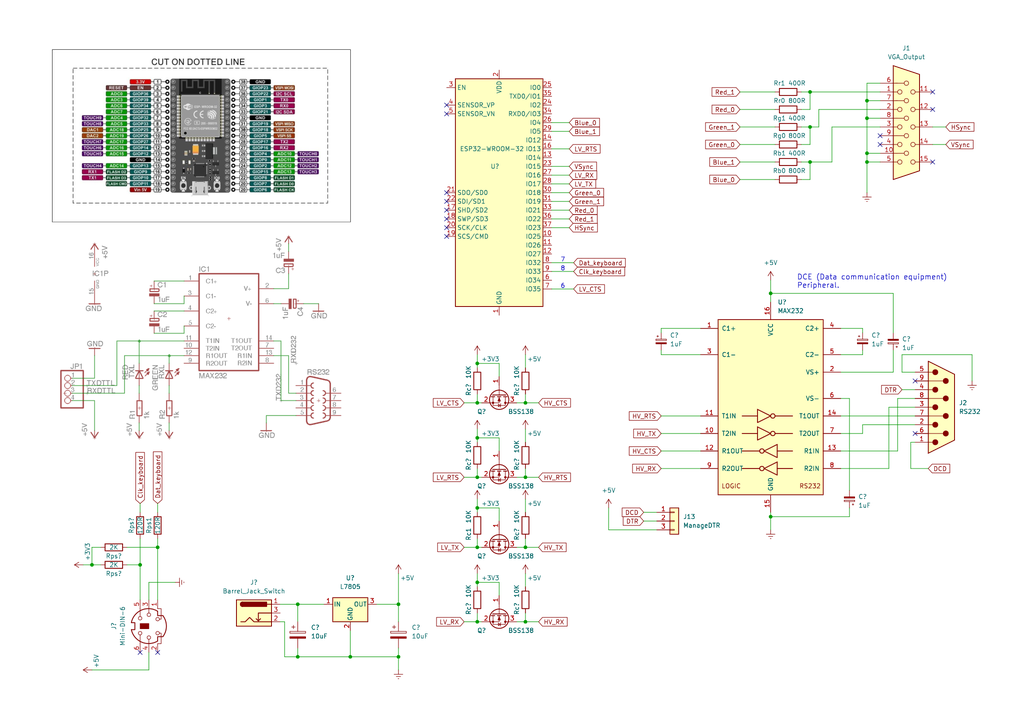
<source format=kicad_sch>
(kicad_sch (version 20211123) (generator eeschema)
  (paper "A4")
  (lib_symbols
    (symbol "Connector:Barrel_Jack_Switch" (pin_names hide)
      (property "Reference" "J" (at 0 5.334 0))
      (property "Value" "Barrel_Jack_Switch" (at 0 -5.08 0))
      (symbol "Barrel_Jack_Switch_0_1"
        (rectangle (start -5.08 3.81) (end 5.08 -3.81) (stroke (width 0.254)) (fill (type background)))
        (arc (start -3.302 3.175) (mid -3.937 2.54) (end -3.302 1.905) (stroke (width 0.254)))
        (arc (start -3.302 3.175) (mid -3.937 2.54) (end -3.302 1.905) (stroke (width 0.254)) (fill (type outline)))
        (polyline (pts (xy 1.27 -2.286) (xy 1.905 -1.651)) (stroke (width 0.254)))
        (polyline (pts (xy 5.08 2.54) (xy 3.81 2.54)) (stroke (width 0.254)))
        (polyline (pts (xy 5.08 0) (xy 1.27 0) (xy 1.27 -2.286) (xy 0.635 -1.651)) (stroke (width 0.254)))
        (polyline (pts (xy -3.81 -2.54) (xy -2.54 -2.54) (xy -1.27 -1.27) (xy 0 -2.54) (xy 2.54 -2.54) (xy 5.08 -2.54)) (stroke (width 0.254)))
        (rectangle (start 3.683 3.175) (end -3.302 1.905) (stroke (width 0.254)) (fill (type outline)))
      )
      (symbol "Barrel_Jack_Switch_1_1"
        (pin passive line (at 7.62 2.54 180) (length 2.54) (name "~") (number "1"))
        (pin passive line (at 7.62 -2.54 180) (length 2.54) (name "~") (number "2"))
        (pin passive line (at 7.62 0 180) (length 2.54) (name "~") (number "3"))
      )
    )
    (symbol "Connector:DB15_Female_HighDensity" (pin_names (offset 1.016) hide)
      (property "Reference" "J" (at 0 21.59 0))
      (property "Value" "DB15_Female_HighDensity" (at 0 19.05 0))
      (symbol "DB15_Female_HighDensity_0_1"
        (circle (center -1.905 -10.16) (radius 0.635))
        (circle (center -1.905 -5.08) (radius 0.635))
        (circle (center -1.905 0) (radius 0.635))
        (circle (center -1.905 5.08) (radius 0.635))
        (circle (center -1.905 10.16) (radius 0.635))
        (circle (center 0 -7.62) (radius 0.635))
        (circle (center 0 -2.54) (radius 0.635))
        (polyline (pts (xy -3.175 7.62) (xy -0.635 7.62)))
        (polyline (pts (xy -0.635 -7.62) (xy -3.175 -7.62)))
        (polyline (pts (xy -0.635 -2.54) (xy -3.175 -2.54)))
        (polyline (pts (xy -0.635 2.54) (xy -3.175 2.54)))
        (polyline (pts (xy -0.635 12.7) (xy -3.175 12.7)))
        (polyline (pts (xy -3.81 17.78) (xy -3.81 -15.24) (xy 3.81 -12.7) (xy 3.81 15.24) (xy -3.81 17.78)) (stroke (width 0.254)) (fill (type background)))
        (circle (center 0 2.54) (radius 0.635))
        (circle (center 0 7.62) (radius 0.635))
        (circle (center 0 12.7) (radius 0.635))
        (circle (center 1.905 -10.16) (radius 0.635))
        (circle (center 1.905 -5.08) (radius 0.635))
        (circle (center 1.905 0) (radius 0.635))
        (circle (center 1.905 5.08) (radius 0.635))
        (circle (center 1.905 10.16) (radius 0.635))
      )
      (symbol "DB15_Female_HighDensity_1_1"
        (pin passive line (at -7.62 10.16 0) (length 5.08) (name "~") (number "1"))
        (pin passive line (at -7.62 -7.62 0) (length 5.08) (name "~") (number "10"))
        (pin passive line (at 7.62 10.16 180) (length 5.08) (name "~") (number "11"))
        (pin passive line (at 7.62 5.08 180) (length 5.08) (name "~") (number "12"))
        (pin passive line (at 7.62 0 180) (length 5.08) (name "~") (number "13"))
        (pin passive line (at 7.62 -5.08 180) (length 5.08) (name "~") (number "14"))
        (pin passive line (at 7.62 -10.16 180) (length 5.08) (name "~") (number "15"))
        (pin passive line (at -7.62 5.08 0) (length 5.08) (name "~") (number "2"))
        (pin passive line (at -7.62 0 0) (length 5.08) (name "~") (number "3"))
        (pin passive line (at -7.62 -5.08 0) (length 5.08) (name "~") (number "4"))
        (pin passive line (at -7.62 -10.16 0) (length 5.08) (name "~") (number "5"))
        (pin passive line (at -7.62 12.7 0) (length 5.08) (name "~") (number "6"))
        (pin passive line (at -7.62 7.62 0) (length 5.08) (name "~") (number "7"))
        (pin passive line (at -7.62 2.54 0) (length 5.08) (name "~") (number "8"))
        (pin passive line (at -7.62 -2.54 0) (length 5.08) (name "~") (number "9"))
      )
    )
    (symbol "Connector:DB9_Male" (pin_names (offset 1.016) hide)
      (property "Reference" "J" (at 0 13.97 0))
      (property "Value" "DB9_Male" (at 0 -14.605 0))
      (symbol "DB9_Male_0_1"
        (circle (center -1.778 -10.16) (radius 0.762) (fill (type outline)))
        (circle (center -1.778 -5.08) (radius 0.762) (fill (type outline)))
        (circle (center -1.778 0) (radius 0.762) (fill (type outline)))
        (circle (center -1.778 5.08) (radius 0.762) (fill (type outline)))
        (circle (center -1.778 10.16) (radius 0.762) (fill (type outline)))
        (polyline (pts (xy -3.81 -10.16) (xy -2.54 -10.16)))
        (polyline (pts (xy -3.81 -7.62) (xy 0.508 -7.62)))
        (polyline (pts (xy -3.81 -5.08) (xy -2.54 -5.08)))
        (polyline (pts (xy -3.81 -2.54) (xy 0.508 -2.54)))
        (polyline (pts (xy -3.81 0) (xy -2.54 0)))
        (polyline (pts (xy -3.81 2.54) (xy 0.508 2.54)))
        (polyline (pts (xy -3.81 5.08) (xy -2.54 5.08)))
        (polyline (pts (xy -3.81 7.62) (xy 0.508 7.62)))
        (polyline (pts (xy -3.81 10.16) (xy -2.54 10.16)))
        (polyline (pts (xy -3.81 -13.335) (xy -3.81 13.335) (xy 3.81 9.525) (xy 3.81 -9.525) (xy -3.81 -13.335)) (stroke (width 0.254)) (fill (type background)))
        (circle (center 1.27 -7.62) (radius 0.762) (fill (type outline)))
        (circle (center 1.27 -2.54) (radius 0.762) (fill (type outline)))
        (circle (center 1.27 2.54) (radius 0.762) (fill (type outline)))
        (circle (center 1.27 7.62) (radius 0.762) (fill (type outline)))
      )
      (symbol "DB9_Male_1_1"
        (pin passive line (at -7.62 -10.16 0) (length 3.81) (name "1") (number "1"))
        (pin passive line (at -7.62 -5.08 0) (length 3.81) (name "2") (number "2"))
        (pin passive line (at -7.62 0 0) (length 3.81) (name "3") (number "3"))
        (pin passive line (at -7.62 5.08 0) (length 3.81) (name "4") (number "4"))
        (pin passive line (at -7.62 10.16 0) (length 3.81) (name "5") (number "5"))
        (pin passive line (at -7.62 -7.62 0) (length 3.81) (name "6") (number "6"))
        (pin passive line (at -7.62 -2.54 0) (length 3.81) (name "7") (number "7"))
        (pin passive line (at -7.62 2.54 0) (length 3.81) (name "8") (number "8"))
        (pin passive line (at -7.62 7.62 0) (length 3.81) (name "9") (number "9"))
      )
    )
    (symbol "ConnectorPS2:Mini-DIN-6" (pin_names (offset 1.016))
      (property "Reference" "J" (at 0 6.35 0))
      (property "Value" "Mini-DIN-6" (at 0 -6.35 0))
      (symbol "Mini-DIN-6_0_1"
        (circle (center -3.302 0) (radius 0.508))
        (arc (start -3.048 -4.064) (mid 0 -5.08) (end 3.048 -4.064) (stroke (width 0.254)))
        (circle (center -2.032 -2.54) (radius 0.508))
        (circle (center -2.032 2.54) (radius 0.508))
        (arc (start -1.016 5.08) (mid -4.6243 2.1182) (end -4.318 -2.54) (stroke (width 0.254)))
        (rectangle (start -0.762 2.54) (end 0.762 0) (fill (type outline)))
        (polyline (pts (xy -3.81 0) (xy -5.08 0)))
        (polyline (pts (xy -2.54 2.54) (xy -5.08 2.54)))
        (polyline (pts (xy 2.794 2.54) (xy 5.08 2.54)))
        (polyline (pts (xy 5.08 0) (xy 3.81 0)))
        (polyline (pts (xy -4.318 -2.54) (xy -3.048 -2.54) (xy -3.048 -4.064)) (stroke (width 0.254)))
        (polyline (pts (xy 4.318 -2.54) (xy 3.048 -2.54) (xy 3.048 -4.064)) (stroke (width 0.254)))
        (polyline (pts (xy -2.032 -3.048) (xy -2.032 -3.556) (xy -5.08 -3.556) (xy -5.08 -2.54)))
        (polyline (pts (xy -1.016 5.08) (xy -1.016 4.064) (xy 1.016 4.064) (xy 1.016 5.08)) (stroke (width 0.254)))
        (polyline (pts (xy 2.032 -3.048) (xy 2.032 -3.556) (xy 5.08 -3.556) (xy 5.08 -2.54)))
        (circle (center 2.032 -2.54) (radius 0.508))
        (circle (center 2.286 2.54) (radius 0.508))
        (circle (center 3.302 0) (radius 0.508))
        (arc (start 4.318 -2.54) (mid 4.6646 2.1357) (end 1.016 5.08) (stroke (width 0.254)))
      )
      (symbol "Mini-DIN-6_1_1"
        (pin passive line (at 7.62 -2.54 180) (length 2.54) (name "~") (number "1"))
        (pin passive line (at -7.62 -2.54 0) (length 2.54) (name "~") (number "2"))
        (pin passive line (at 7.62 0 180) (length 2.54) (name "~") (number "3"))
        (pin passive line (at -7.62 0 0) (length 2.54) (name "~") (number "4"))
        (pin passive line (at 7.62 2.54 180) (length 2.54) (name "~") (number "5"))
        (pin passive line (at -7.62 2.54 0) (length 2.54) (name "~") (number "6"))
      )
    )
    (symbol "Connector_Generic:Conn_01x03" (pin_names (offset 1.016) hide)
      (property "Reference" "J" (at 0 5.08 0))
      (property "Value" "Conn_01x03" (at 0 -5.08 0))
      (symbol "Conn_01x03_1_1"
        (rectangle (start -1.27 -2.413) (end 0 -2.667) (stroke (width 0.1524)))
        (rectangle (start -1.27 0.127) (end 0 -0.127) (stroke (width 0.1524)))
        (rectangle (start -1.27 2.667) (end 0 2.413) (stroke (width 0.1524)))
        (rectangle (start -1.27 3.81) (end 1.27 -3.81) (stroke (width 0.254)) (fill (type background)))
        (pin passive line (at -5.08 2.54 0) (length 3.81) (name "Pin_1") (number "1"))
        (pin passive line (at -5.08 0 0) (length 3.81) (name "Pin_2") (number "2"))
        (pin passive line (at -5.08 -2.54 0) (length 3.81) (name "Pin_3") (number "3"))
      )
    )
    (symbol "Device:C_Polarized" (pin_numbers hide) (pin_names (offset 0.254))
      (property "Reference" "C" (at 0.635 2.54 0))
      (property "Value" "C_Polarized" (at 0.635 -2.54 0))
      (symbol "C_Polarized_0_1"
        (rectangle (start -2.286 0.508) (end 2.286 1.016))
        (polyline (pts (xy -1.778 2.286) (xy -0.762 2.286)))
        (polyline (pts (xy -1.27 2.794) (xy -1.27 1.778)))
        (rectangle (start 2.286 -0.508) (end -2.286 -1.016) (fill (type outline)))
      )
      (symbol "C_Polarized_1_1"
        (pin passive line (at 0 3.81 270) (length 2.794) (name "~") (number "1"))
        (pin passive line (at 0 -3.81 90) (length 2.794) (name "~") (number "2"))
      )
    )
    (symbol "Device:C_Polarized_Small" (pin_numbers hide) (pin_names (offset 0.254) hide)
      (property "Reference" "C" (at 0.254 1.778 0))
      (property "Value" "C_Polarized_Small" (at 0.254 -2.032 0))
      (symbol "C_Polarized_Small_0_1"
        (rectangle (start -1.524 -0.3048) (end 1.524 -0.6858) (fill (type outline)))
        (rectangle (start -1.524 0.6858) (end 1.524 0.3048))
        (polyline (pts (xy -1.27 1.524) (xy -0.762 1.524)))
        (polyline (pts (xy -1.016 1.27) (xy -1.016 1.778)))
      )
      (symbol "C_Polarized_Small_1_1"
        (pin passive line (at 0 2.54 270) (length 1.8542) (name "~") (number "1"))
        (pin passive line (at 0 -2.54 90) (length 1.8542) (name "~") (number "2"))
      )
    )
    (symbol "Device:R" (pin_numbers hide) (pin_names (offset 0))
      (property "Reference" "R" (at 2.032 0 90))
      (property "Value" "R" (at 0 0 90))
      (symbol "R_0_1"
        (rectangle (start -1.016 -2.54) (end 1.016 2.54) (stroke (width 0.254)))
      )
      (symbol "R_1_1"
        (pin passive line (at 0 3.81 270) (length 1.27) (name "~") (number "1"))
        (pin passive line (at 0 -3.81 90) (length 1.27) (name "~") (number "2"))
      )
    )
    (symbol "Interface_UART:MAX232" (pin_names (offset 1.016))
      (property "Reference" "U" (at -2.54 28.575 0))
      (property "Value" "MAX232" (at -2.54 26.67 0))
      (symbol "MAX232_0_0"
        (text "LOGIC" (at -11.43 -22.86 0) (effects (font (size 1.27 1.27))))
        (text "RS232" (at 11.43 -22.86 0) (effects (font (size 1.27 1.27))))
      )
      (symbol "MAX232_0_1"
        (rectangle (start -15.24 -25.4) (end 15.24 25.4) (stroke (width 0.254)) (fill (type background)))
        (circle (center -2.54 -17.78) (radius 0.635) (stroke (width 0.254)))
        (circle (center -2.54 -12.7) (radius 0.635) (stroke (width 0.254)))
        (polyline (pts (xy -3.81 -7.62) (xy -8.255 -7.62)) (stroke (width 0.254)))
        (polyline (pts (xy -3.81 -2.54) (xy -8.255 -2.54)) (stroke (width 0.254)))
        (polyline (pts (xy -3.175 -17.78) (xy -8.255 -17.78)) (stroke (width 0.254)))
        (polyline (pts (xy -3.175 -12.7) (xy -8.255 -12.7)) (stroke (width 0.254)))
        (polyline (pts (xy 1.27 -7.62) (xy 6.35 -7.62)) (stroke (width 0.254)))
        (polyline (pts (xy 1.27 -2.54) (xy 6.35 -2.54)) (stroke (width 0.254)))
        (polyline (pts (xy 1.905 -17.78) (xy 6.35 -17.78)) (stroke (width 0.254)))
        (polyline (pts (xy 1.905 -12.7) (xy 6.35 -12.7)) (stroke (width 0.254)))
        (polyline (pts (xy -3.81 -5.715) (xy -3.81 -9.525) (xy 0 -7.62) (xy -3.81 -5.715)) (stroke (width 0.254)))
        (polyline (pts (xy -3.81 -0.635) (xy -3.81 -4.445) (xy 0 -2.54) (xy -3.81 -0.635)) (stroke (width 0.254)))
        (polyline (pts (xy 1.905 -15.875) (xy 1.905 -19.685) (xy -1.905 -17.78) (xy 1.905 -15.875)) (stroke (width 0.254)))
        (polyline (pts (xy 1.905 -10.795) (xy 1.905 -14.605) (xy -1.905 -12.7) (xy 1.905 -10.795)) (stroke (width 0.254)))
        (circle (center 0.635 -7.62) (radius 0.635) (stroke (width 0.254)))
        (circle (center 0.635 -2.54) (radius 0.635) (stroke (width 0.254)))
      )
      (symbol "MAX232_1_1"
        (pin passive line (at -20.32 22.86 0) (length 5.08) (name "C1+") (number "1"))
        (pin input line (at -20.32 -7.62 0) (length 5.08) (name "T2IN") (number "10"))
        (pin input line (at -20.32 -2.54 0) (length 5.08) (name "T1IN") (number "11"))
        (pin output line (at -20.32 -12.7 0) (length 5.08) (name "R1OUT") (number "12"))
        (pin input line (at 20.32 -12.7 180) (length 5.08) (name "R1IN") (number "13"))
        (pin output line (at 20.32 -2.54 180) (length 5.08) (name "T1OUT") (number "14"))
        (pin power_in line (at 0 -30.48 90) (length 5.08) (name "GND") (number "15"))
        (pin power_in line (at 0 30.48 270) (length 5.08) (name "VCC") (number "16"))
        (pin power_out line (at 20.32 10.16 180) (length 5.08) (name "VS+") (number "2"))
        (pin passive line (at -20.32 15.24 0) (length 5.08) (name "C1-") (number "3"))
        (pin passive line (at 20.32 22.86 180) (length 5.08) (name "C2+") (number "4"))
        (pin passive line (at 20.32 15.24 180) (length 5.08) (name "C2-") (number "5"))
        (pin power_out line (at 20.32 2.54 180) (length 5.08) (name "VS-") (number "6"))
        (pin output line (at 20.32 -7.62 180) (length 5.08) (name "T2OUT") (number "7"))
        (pin input line (at 20.32 -17.78 180) (length 5.08) (name "R2IN") (number "8"))
        (pin output line (at -20.32 -17.78 0) (length 5.08) (name "R2OUT") (number "9"))
      )
    )
    (symbol "RF_Module:ESP32-WROOM-32"
      (property "Reference" "U" (at -12.7 34.29 0))
      (property "Value" "ESP32-WROOM-32" (at 1.27 34.29 0))
      (symbol "ESP32-WROOM-32_0_1"
        (rectangle (start -12.7 33.02) (end 12.7 -33.02) (stroke (width 0.254)) (fill (type background)))
      )
      (symbol "ESP32-WROOM-32_1_1"
        (pin power_in line (at 0 -35.56 90) (length 2.54) (name "GND") (number "1"))
        (pin bidirectional line (at 15.24 -12.7 180) (length 2.54) (name "IO25") (number "10"))
        (pin bidirectional line (at 15.24 -15.24 180) (length 2.54) (name "IO26") (number "11"))
        (pin bidirectional line (at 15.24 -17.78 180) (length 2.54) (name "IO27") (number "12"))
        (pin bidirectional line (at 15.24 10.16 180) (length 2.54) (name "IO14") (number "13"))
        (pin bidirectional line (at 15.24 15.24 180) (length 2.54) (name "IO12") (number "14"))
        (pin passive line (at 0 -35.56 90) (length 2.54) hide (name "GND") (number "15"))
        (pin bidirectional line (at 15.24 12.7 180) (length 2.54) (name "IO13") (number "16"))
        (pin bidirectional line (at -15.24 -5.08 0) (length 2.54) (name "SHD/SD2") (number "17"))
        (pin bidirectional line (at -15.24 -7.62 0) (length 2.54) (name "SWP/SD3") (number "18"))
        (pin bidirectional line (at -15.24 -12.7 0) (length 2.54) (name "SCS/CMD") (number "19"))
        (pin power_in line (at 0 35.56 270) (length 2.54) (name "VDD") (number "2"))
        (pin bidirectional line (at -15.24 -10.16 0) (length 2.54) (name "SCK/CLK") (number "20"))
        (pin bidirectional line (at -15.24 0 0) (length 2.54) (name "SDO/SD0") (number "21"))
        (pin bidirectional line (at -15.24 -2.54 0) (length 2.54) (name "SDI/SD1") (number "22"))
        (pin bidirectional line (at 15.24 7.62 180) (length 2.54) (name "IO15") (number "23"))
        (pin bidirectional line (at 15.24 25.4 180) (length 2.54) (name "IO2") (number "24"))
        (pin bidirectional line (at 15.24 30.48 180) (length 2.54) (name "IO0") (number "25"))
        (pin bidirectional line (at 15.24 20.32 180) (length 2.54) (name "IO4") (number "26"))
        (pin bidirectional line (at 15.24 5.08 180) (length 2.54) (name "IO16") (number "27"))
        (pin bidirectional line (at 15.24 2.54 180) (length 2.54) (name "IO17") (number "28"))
        (pin bidirectional line (at 15.24 17.78 180) (length 2.54) (name "IO5") (number "29"))
        (pin input line (at -15.24 30.48 0) (length 2.54) (name "EN") (number "3"))
        (pin bidirectional line (at 15.24 0 180) (length 2.54) (name "IO18") (number "30"))
        (pin bidirectional line (at 15.24 -2.54 180) (length 2.54) (name "IO19") (number "31"))
        (pin no_connect line (at -12.7 -27.94 0) (length 2.54) hide (name "NC") (number "32"))
        (pin bidirectional line (at 15.24 -5.08 180) (length 2.54) (name "IO21") (number "33"))
        (pin bidirectional line (at 15.24 22.86 180) (length 2.54) (name "RXD0/IO3") (number "34"))
        (pin bidirectional line (at 15.24 27.94 180) (length 2.54) (name "TXD0/IO1") (number "35"))
        (pin bidirectional line (at 15.24 -7.62 180) (length 2.54) (name "IO22") (number "36"))
        (pin bidirectional line (at 15.24 -10.16 180) (length 2.54) (name "IO23") (number "37"))
        (pin passive line (at 0 -35.56 90) (length 2.54) hide (name "GND") (number "38"))
        (pin passive line (at 0 -35.56 90) (length 2.54) hide (name "GND") (number "39"))
        (pin input line (at -15.24 25.4 0) (length 2.54) (name "SENSOR_VP") (number "4"))
        (pin input line (at -15.24 22.86 0) (length 2.54) (name "SENSOR_VN") (number "5"))
        (pin input line (at 15.24 -25.4 180) (length 2.54) (name "IO34") (number "6"))
        (pin input line (at 15.24 -27.94 180) (length 2.54) (name "IO35") (number "7"))
        (pin bidirectional line (at 15.24 -20.32 180) (length 2.54) (name "IO32") (number "8"))
        (pin bidirectional line (at 15.24 -22.86 180) (length 2.54) (name "IO33") (number "9"))
      )
    )
    (symbol "Regulator_Linear:L7805" (pin_names (offset 0.254))
      (property "Reference" "U" (at -3.81 3.175 0))
      (property "Value" "L7805" (at 0 3.175 0))
      (symbol "L7805_0_1"
        (rectangle (start -5.08 1.905) (end 5.08 -5.08) (stroke (width 0.254)) (fill (type background)))
      )
      (symbol "L7805_1_1"
        (pin power_in line (at -7.62 0 0) (length 2.54) (name "IN") (number "1"))
        (pin power_in line (at 0 -7.62 90) (length 2.54) (name "GND") (number "2"))
        (pin power_out line (at 7.62 0 180) (length 2.54) (name "OUT") (number "3"))
      )
    )
    (symbol "Transistor_FET:BSS138" (pin_names hide)
      (property "Reference" "Q" (at 5.08 1.905 0))
      (property "Value" "BSS138" (at 5.08 0 0))
      (symbol "BSS138_0_1"
        (polyline (pts (xy 0.254 0) (xy -2.54 0)))
        (polyline (pts (xy 0.254 1.905) (xy 0.254 -1.905)) (stroke (width 0.254)))
        (polyline (pts (xy 0.762 -1.27) (xy 0.762 -2.286)) (stroke (width 0.254)))
        (polyline (pts (xy 0.762 0.508) (xy 0.762 -0.508)) (stroke (width 0.254)))
        (polyline (pts (xy 0.762 2.286) (xy 0.762 1.27)) (stroke (width 0.254)))
        (polyline (pts (xy 2.54 2.54) (xy 2.54 1.778)))
        (polyline (pts (xy 2.54 -2.54) (xy 2.54 0) (xy 0.762 0)))
        (polyline (pts (xy 0.762 -1.778) (xy 3.302 -1.778) (xy 3.302 1.778) (xy 0.762 1.778)))
        (polyline (pts (xy 1.016 0) (xy 2.032 0.381) (xy 2.032 -0.381) (xy 1.016 0)) (fill (type outline)))
        (polyline (pts (xy 2.794 0.508) (xy 2.921 0.381) (xy 3.683 0.381) (xy 3.81 0.254)))
        (polyline (pts (xy 3.302 0.381) (xy 2.921 -0.254) (xy 3.683 -0.254) (xy 3.302 0.381)))
        (circle (center 1.651 0) (radius 2.794) (stroke (width 0.254)))
        (circle (center 2.54 -1.778) (radius 0.254) (fill (type outline)))
        (circle (center 2.54 1.778) (radius 0.254) (fill (type outline)))
      )
      (symbol "BSS138_1_1"
        (pin input line (at -5.08 0 0) (length 2.54) (name "G") (number "1"))
        (pin passive line (at 2.54 -5.08 90) (length 2.54) (name "S") (number "2"))
        (pin passive line (at 2.54 5.08 270) (length 2.54) (name "D") (number "3"))
      )
    )
    (symbol "power:+3.3V" (power) (pin_names (offset 0))
      (property "Value" "+3.3V" (at 0 3.556 0))
      (symbol "+3.3V_0_1"
        (polyline (pts (xy -0.762 1.27) (xy 0 2.54)))
        (polyline (pts (xy 0 0) (xy 0 2.54)))
        (polyline (pts (xy 0 2.54) (xy 0.762 1.27)))
      )
      (symbol "+3.3V_1_1"
        (pin power_in line (at 0 0 90) (length 0) hide (name "+3V3") (number "1"))
      )
    )
    (symbol "power:+5V" (power) (pin_names (offset 0))
      (property "Value" "+5V" (at 0 3.556 0))
      (symbol "+5V_0_1"
        (polyline (pts (xy -0.762 1.27) (xy 0 2.54)))
        (polyline (pts (xy 0 0) (xy 0 2.54)))
        (polyline (pts (xy 0 2.54) (xy 0.762 1.27)))
      )
      (symbol "+5V_1_1"
        (pin power_in line (at 0 0 90) (length 0) hide (name "+5V") (number "1"))
      )
    )
    (symbol "power:GNDREF" (power) (pin_names (offset 0))
      (property "Value" "GNDREF" (at 0 -3.81 0))
      (symbol "GNDREF_0_1"
        (polyline (pts (xy -0.635 -1.905) (xy 0.635 -1.905)))
        (polyline (pts (xy -0.127 -2.54) (xy 0.127 -2.54)))
        (polyline (pts (xy 0 -1.27) (xy 0 0)))
        (polyline (pts (xy 1.27 -1.27) (xy -1.27 -1.27)))
      )
      (symbol "GNDREF_1_1"
        (pin power_in line (at 0 0 270) (length 0) hide (name "GNDREF") (number "1"))
      )
    )
  )
  (junction (at 86.36 190.5))
  (junction (at 138.43 105.41))
  (junction (at 115.57 175.26))
  (junction (at 45.72 158.75))
  (junction (at 101.6 190.5))
  (junction (at 152.4 116.84))
  (junction (at 86.36 175.26))
  (junction (at 26.67 163.83))
  (junction (at 234.95 46.99))
  (junction (at 152.4 138.43))
  (junction (at 234.95 26.67))
  (junction (at 152.4 180.34))
  (junction (at 115.57 190.5))
  (junction (at 138.43 127))
  (junction (at 234.95 36.83))
  (junction (at 138.43 168.91))
  (junction (at 138.43 138.43))
  (junction (at 40.64 163.83))
  (junction (at 251.46 29.21))
  (junction (at 251.46 44.45))
  (junction (at 251.46 46.99))
  (junction (at 251.46 34.29))
  (junction (at 152.4 158.75))
  (junction (at 138.43 180.34))
  (junction (at 138.43 158.75))
  (junction (at 138.43 116.84))
  (junction (at 138.43 147.32))
  (junction (at 223.52 85.09))
  (junction (at 223.52 149.86))
  (no_connect (at 270.51 26.67))
  (no_connect (at 270.51 46.99))
  (no_connect (at 255.27 41.91))
  (no_connect (at 255.27 39.37))
  (no_connect (at 270.51 31.75))
  (no_connect (at 265.43 110.49))
  (no_connect (at 45.72 189.23))
  (no_connect (at 40.64 189.23))
  (no_connect (at 265.43 125.73))
  (no_connect (at 129.54 30.48))
  (no_connect (at 129.54 33.02))
  (no_connect (at 129.54 55.88))
  (no_connect (at 129.54 58.42))
  (no_connect (at 129.54 60.96))
  (no_connect (at 129.54 63.5))
  (no_connect (at 129.54 66.04))
  (no_connect (at 129.54 68.58))
  (wire (pts (xy 261.62 102.87) (xy 281.94 102.87)))
  (wire (pts (xy 152.4 138.43) (xy 152.4 135.89)))
  (wire (pts (xy 138.43 116.84) (xy 138.43 114.3)))
  (wire (pts (xy 138.43 166.37) (xy 138.43 168.91)))
  (wire (pts (xy 203.2 102.87) (xy 191.77 102.87)))
  (wire (pts (xy 255.27 34.29) (xy 251.46 34.29)))
  (wire (pts (xy 191.77 135.89) (xy 203.2 135.89)))
  (wire (pts (xy 243.84 107.95) (xy 259.08 107.95)))
  (wire (pts (xy 26.67 163.83) (xy 29.21 163.83)))
  (wire (pts (xy 152.4 158.75) (xy 156.21 158.75)))
  (wire (pts (xy 149.86 158.75) (xy 152.4 158.75)))
  (wire (pts (xy 134.62 138.43) (xy 138.43 138.43)))
  (wire (pts (xy 152.4 138.43) (xy 156.21 138.43)))
  (wire (pts (xy 82.55 180.34) (xy 82.55 190.5)))
  (wire (pts (xy 160.02 35.56) (xy 165.1 35.56)))
  (wire (pts (xy 160.02 78.74) (xy 166.37 78.74)))
  (wire (pts (xy 138.43 102.87) (xy 138.43 105.41)))
  (wire (pts (xy 270.51 36.83) (xy 274.32 36.83)))
  (wire (pts (xy 243.84 120.65) (xy 265.43 120.65)))
  (wire (pts (xy 261.62 107.95) (xy 261.62 102.87)))
  (wire (pts (xy 138.43 144.78) (xy 138.43 147.32)))
  (wire (pts (xy 191.77 120.65) (xy 203.2 120.65)))
  (wire (pts (xy 45.72 148.59) (xy 45.72 146.05)))
  (wire (pts (xy 134.62 116.84) (xy 138.43 116.84)))
  (wire (pts (xy 265.43 118.11) (xy 257.81 118.11)))
  (wire (pts (xy 232.41 41.91) (xy 234.95 41.91)))
  (wire (pts (xy 160.02 58.42) (xy 165.1 58.42)))
  (wire (pts (xy 257.81 118.11) (xy 257.81 135.89)))
  (wire (pts (xy 101.6 190.5) (xy 115.57 190.5)))
  (wire (pts (xy 251.46 34.29) (xy 251.46 29.21)))
  (wire (pts (xy 250.19 95.25) (xy 250.19 96.52)))
  (wire (pts (xy 186.69 151.13) (xy 190.5 151.13)))
  (wire (pts (xy 281.94 102.87) (xy 281.94 110.49)))
  (wire (pts (xy 26.67 158.75) (xy 26.67 163.83)))
  (wire (pts (xy 243.84 95.25) (xy 250.19 95.25)))
  (wire (pts (xy 138.43 105.41) (xy 138.43 106.68)))
  (wire (pts (xy 160.02 50.8) (xy 165.1 50.8)))
  (wire (pts (xy 250.19 123.19) (xy 250.19 125.73)))
  (wire (pts (xy 160.02 83.82) (xy 166.37 83.82)))
  (wire (pts (xy 86.36 175.26) (xy 86.36 180.34)))
  (wire (pts (xy 232.41 52.07) (xy 234.95 52.07)))
  (wire (pts (xy 138.43 124.46) (xy 138.43 127)))
  (wire (pts (xy 246.38 147.32) (xy 246.38 149.86)))
  (wire (pts (xy 191.77 102.87) (xy 191.77 101.6)))
  (wire (pts (xy 144.78 147.32) (xy 138.43 147.32)))
  (wire (pts (xy 191.77 130.81) (xy 203.2 130.81)))
  (wire (pts (xy 246.38 149.86) (xy 223.52 149.86)))
  (wire (pts (xy 251.46 29.21) (xy 255.27 29.21)))
  (wire (pts (xy 138.43 127) (xy 138.43 128.27)))
  (wire (pts (xy 160.02 55.88) (xy 165.1 55.88)))
  (wire (pts (xy 223.52 85.09) (xy 223.52 87.63)))
  (wire (pts (xy 36.83 158.75) (xy 45.72 158.75)))
  (wire (pts (xy 234.95 46.99) (xy 241.3 46.99)))
  (wire (pts (xy 234.95 41.91) (xy 234.95 36.83)))
  (wire (pts (xy 40.64 148.59) (xy 40.64 146.05)))
  (wire (pts (xy 115.57 190.5) (xy 115.57 187.96)))
  (wire (pts (xy 86.36 175.26) (xy 93.98 175.26)))
  (wire (pts (xy 234.95 31.75) (xy 234.95 26.67)))
  (wire (pts (xy 223.52 149.86) (xy 223.52 153.67)))
  (wire (pts (xy 251.46 24.13) (xy 251.46 29.21)))
  (wire (pts (xy 160.02 63.5) (xy 165.1 63.5)))
  (wire (pts (xy 255.27 24.13) (xy 251.46 24.13)))
  (wire (pts (xy 43.18 194.31) (xy 26.67 194.31)))
  (wire (pts (xy 261.62 113.03) (xy 265.43 113.03)))
  (wire (pts (xy 265.43 128.27) (xy 264.16 128.27)))
  (wire (pts (xy 232.41 31.75) (xy 234.95 31.75)))
  (wire (pts (xy 45.72 173.99) (xy 45.72 158.75)))
  (wire (pts (xy 45.72 158.75) (xy 45.72 156.21)))
  (wire (pts (xy 144.78 168.91) (xy 138.43 168.91)))
  (wire (pts (xy 251.46 44.45) (xy 251.46 34.29)))
  (wire (pts (xy 160.02 38.1) (xy 165.1 38.1)))
  (wire (pts (xy 186.69 148.59) (xy 190.5 148.59)))
  (wire (pts (xy 40.64 163.83) (xy 40.64 156.21)))
  (wire (pts (xy 139.7 180.34) (xy 138.43 180.34)))
  (wire (pts (xy 259.08 85.09) (xy 259.08 96.52)))
  (wire (pts (xy 152.4 158.75) (xy 152.4 156.21)))
  (wire (pts (xy 191.77 125.73) (xy 203.2 125.73)))
  (wire (pts (xy 250.19 125.73) (xy 243.84 125.73)))
  (wire (pts (xy 234.95 52.07) (xy 234.95 46.99)))
  (wire (pts (xy 250.19 101.6) (xy 250.19 102.87)))
  (wire (pts (xy 265.43 107.95) (xy 261.62 107.95)))
  (wire (pts (xy 152.4 116.84) (xy 152.4 114.3)))
  (wire (pts (xy 29.21 158.75) (xy 26.67 158.75)))
  (wire (pts (xy 149.86 180.34) (xy 152.4 180.34)))
  (wire (pts (xy 232.41 46.99) (xy 234.95 46.99)))
  (wire (pts (xy 149.86 138.43) (xy 152.4 138.43)))
  (wire (pts (xy 144.78 127) (xy 138.43 127)))
  (wire (pts (xy 160.02 66.04) (xy 165.1 66.04)))
  (wire (pts (xy 81.28 175.26) (xy 86.36 175.26)))
  (wire (pts (xy 270.51 41.91) (xy 274.32 41.91)))
  (wire (pts (xy 234.95 36.83) (xy 237.49 36.83)))
  (wire (pts (xy 190.5 153.67) (xy 176.53 153.67)))
  (wire (pts (xy 134.62 180.34) (xy 138.43 180.34)))
  (wire (pts (xy 260.35 130.81) (xy 243.84 130.81)))
  (wire (pts (xy 191.77 95.25) (xy 203.2 95.25)))
  (wire (pts (xy 152.4 166.37) (xy 152.4 170.18)))
  (wire (pts (xy 139.7 116.84) (xy 138.43 116.84)))
  (wire (pts (xy 115.57 190.5) (xy 115.57 194.31)))
  (wire (pts (xy 86.36 190.5) (xy 101.6 190.5)))
  (wire (pts (xy 237.49 31.75) (xy 255.27 31.75)))
  (wire (pts (xy 139.7 158.75) (xy 138.43 158.75)))
  (wire (pts (xy 81.28 180.34) (xy 82.55 180.34)))
  (wire (pts (xy 43.18 168.91) (xy 50.8 168.91)))
  (wire (pts (xy 214.63 52.07) (xy 224.79 52.07)))
  (wire (pts (xy 144.78 130.81) (xy 144.78 127)))
  (wire (pts (xy 115.57 175.26) (xy 115.57 180.34)))
  (wire (pts (xy 251.46 46.99) (xy 251.46 44.45)))
  (wire (pts (xy 160.02 60.96) (xy 165.1 60.96)))
  (wire (pts (xy 234.95 26.67) (xy 255.27 26.67)))
  (wire (pts (xy 223.52 81.28) (xy 223.52 85.09)))
  (wire (pts (xy 176.53 153.67) (xy 176.53 147.32)))
  (wire (pts (xy 152.4 180.34) (xy 152.4 177.8)))
  (wire (pts (xy 134.62 158.75) (xy 138.43 158.75)))
  (wire (pts (xy 82.55 190.5) (xy 86.36 190.5)))
  (wire (pts (xy 237.49 36.83) (xy 237.49 31.75)))
  (wire (pts (xy 36.83 163.83) (xy 40.64 163.83)))
  (wire (pts (xy 144.78 151.13) (xy 144.78 147.32)))
  (wire (pts (xy 251.46 46.99) (xy 251.46 55.88)))
  (wire (pts (xy 255.27 44.45) (xy 251.46 44.45)))
  (wire (pts (xy 152.4 180.34) (xy 156.21 180.34)))
  (wire (pts (xy 152.4 102.87) (xy 152.4 106.68)))
  (wire (pts (xy 191.77 96.52) (xy 191.77 95.25)))
  (wire (pts (xy 214.63 46.99) (xy 224.79 46.99)))
  (wire (pts (xy 139.7 138.43) (xy 138.43 138.43)))
  (wire (pts (xy 260.35 115.57) (xy 260.35 130.81)))
  (wire (pts (xy 24.13 163.83) (xy 26.67 163.83)))
  (wire (pts (xy 250.19 123.19) (xy 265.43 123.19)))
  (wire (pts (xy 255.27 46.99) (xy 251.46 46.99)))
  (wire (pts (xy 214.63 31.75) (xy 224.79 31.75)))
  (wire (pts (xy 152.4 144.78) (xy 152.4 148.59)))
  (wire (pts (xy 138.43 168.91) (xy 138.43 170.18)))
  (wire (pts (xy 223.52 148.59) (xy 223.52 149.86)))
  (wire (pts (xy 138.43 158.75) (xy 138.43 156.21)))
  (wire (pts (xy 160.02 43.18) (xy 165.1 43.18)))
  (wire (pts (xy 144.78 105.41) (xy 138.43 105.41)))
  (wire (pts (xy 152.4 124.46) (xy 152.4 128.27)))
  (wire (pts (xy 214.63 26.67) (xy 224.79 26.67)))
  (wire (pts (xy 246.38 142.24) (xy 246.38 115.57)))
  (wire (pts (xy 144.78 109.22) (xy 144.78 105.41)))
  (wire (pts (xy 243.84 102.87) (xy 250.19 102.87)))
  (wire (pts (xy 138.43 180.34) (xy 138.43 177.8)))
  (wire (pts (xy 223.52 85.09) (xy 259.08 85.09)))
  (wire (pts (xy 43.18 189.23) (xy 43.18 194.31)))
  (wire (pts (xy 160.02 76.2) (xy 166.37 76.2)))
  (wire (pts (xy 214.63 41.91) (xy 224.79 41.91)))
  (wire (pts (xy 214.63 36.83) (xy 224.79 36.83)))
  (wire (pts (xy 241.3 46.99) (xy 241.3 36.83)))
  (wire (pts (xy 160.02 48.26) (xy 165.1 48.26)))
  (wire (pts (xy 40.64 173.99) (xy 40.64 163.83)))
  (wire (pts (xy 232.41 26.67) (xy 234.95 26.67)))
  (wire (pts (xy 264.16 128.27) (xy 264.16 135.89)))
  (wire (pts (xy 115.57 166.37) (xy 115.57 175.26)))
  (wire (pts (xy 232.41 36.83) (xy 234.95 36.83)))
  (wire (pts (xy 259.08 101.6) (xy 259.08 107.95)))
  (wire (pts (xy 101.6 182.88) (xy 101.6 190.5)))
  (wire (pts (xy 149.86 116.84) (xy 152.4 116.84)))
  (wire (pts (xy 144.78 172.72) (xy 144.78 168.91)))
  (wire (pts (xy 152.4 116.84) (xy 156.21 116.84)))
  (wire (pts (xy 241.3 36.83) (xy 255.27 36.83)))
  (wire (pts (xy 260.35 115.57) (xy 265.43 115.57)))
  (wire (pts (xy 138.43 138.43) (xy 138.43 135.89)))
  (wire (pts (xy 264.16 135.89) (xy 269.24 135.89)))
  (wire (pts (xy 86.36 187.96) (xy 86.36 190.5)))
  (wire (pts (xy 138.43 147.32) (xy 138.43 148.59)))
  (wire (pts (xy 109.22 175.26) (xy 115.57 175.26)))
  (wire (pts (xy 246.38 115.57) (xy 243.84 115.57)))
  (wire (pts (xy 43.18 173.99) (xy 43.18 168.91)))
  (wire (pts (xy 160.02 53.34) (xy 165.1 53.34)))
  (wire (pts (xy 243.84 135.89) (xy 257.81 135.89)))
  (image (at 58.42 97.79))
  (image (at 58.42 39.37))
  (text "DCE (Data communication equipment)\nPeripheral." (at 231.14 83.82 0) (effects (font (size 1.5 1.5)) (justify left bottom)))
  (text "7" (at 162.56 76.2 0) (effects (font (size 1.27 1.27)) (justify left bottom)))
  (text "6" (at 162.56 83.82 0) (effects (font (size 1.27 1.27)) (justify left bottom)))
  (text "8" (at 162.56 78.74 0) (effects (font (size 1.27 1.27)) (justify left bottom)))
  (global_label "LV_TX" (shape input) (at 165.1 53.34 0) (property "Intersheet References" "${INTERSHEET_REFS}" (effects hide)))
  (global_label "LV_RX" (shape input) (at 165.1 50.8 0) (property "Intersheet References" "${INTERSHEET_REFS}" (effects hide)))
  (global_label "LV_RTS" (shape input) (at 165.1 43.18 0) (property "Intersheet References" "${INTERSHEET_REFS}" (effects hide)))
  (global_label "LV_CTS" (shape input) (at 134.62 116.84 180) (property "Intersheet References" "${INTERSHEET_REFS}" (effects hide)))
  (global_label "LV_RTS" (shape input) (at 134.62 138.43 180) (property "Intersheet References" "${INTERSHEET_REFS}" (effects hide)))
  (global_label "Blue_0" (shape input) (at 214.63 52.07 180) (property "Intersheet References" "${INTERSHEET_REFS}" (effects hide)))
  (global_label "Clk_keyboard" (shape input) (at 166.37 78.74 0) (property "Intersheet References" "${INTERSHEET_REFS}" (effects hide)))
  (global_label "Green_0" (shape input) (at 165.1 55.88 0) (property "Intersheet References" "${INTERSHEET_REFS}" (effects hide)))
  (global_label "HSync" (shape input) (at 274.32 36.83 0) (property "Intersheet References" "${INTERSHEET_REFS}" (effects hide)))
  (global_label "HV_TX" (shape input) (at 156.21 158.75 0) (property "Intersheet References" "${INTERSHEET_REFS}" (effects hide)))
  (global_label "Green_1" (shape input) (at 165.1 58.42 0) (property "Intersheet References" "${INTERSHEET_REFS}" (effects hide)))
  (global_label "DTR" (shape input) (at 186.69 151.13 180) (property "Intersheet References" "${INTERSHEET_REFS}" (effects hide)))
  (global_label "HV_CTS" (shape input) (at 191.77 130.81 180) (property "Intersheet References" "${INTERSHEET_REFS}" (effects hide)))
  (global_label "Dat_keyboard" (shape input) (at 45.72 146.05 90) (property "Intersheet References" "${INTERSHEET_REFS}" (effects hide)))
  (global_label "DTR" (shape input) (at 261.62 113.03 180) (property "Intersheet References" "${INTERSHEET_REFS}" (effects hide)))
  (global_label "Red_0" (shape input) (at 214.63 31.75 180) (property "Intersheet References" "${INTERSHEET_REFS}" (effects hide)))
  (global_label "HV_RX" (shape input) (at 191.77 135.89 180) (property "Intersheet References" "${INTERSHEET_REFS}" (effects hide)))
  (global_label "Red_1" (shape input) (at 165.1 63.5 0) (property "Intersheet References" "${INTERSHEET_REFS}" (effects hide)))
  (global_label "VSync" (shape input) (at 274.32 41.91 0) (property "Intersheet References" "${INTERSHEET_REFS}" (effects hide)))
  (global_label "Red_0" (shape input) (at 165.1 60.96 0) (property "Intersheet References" "${INTERSHEET_REFS}" (effects hide)))
  (global_label "Blue_1" (shape input) (at 214.63 46.99 180) (property "Intersheet References" "${INTERSHEET_REFS}" (effects hide)))
  (global_label "HV_TX" (shape input) (at 191.77 125.73 180) (property "Intersheet References" "${INTERSHEET_REFS}" (effects hide)))
  (global_label "HV_RTS" (shape input) (at 191.77 120.65 180) (property "Intersheet References" "${INTERSHEET_REFS}" (effects hide)))
  (global_label "Green_0" (shape input) (at 214.63 41.91 180) (property "Intersheet References" "${INTERSHEET_REFS}" (effects hide)))
  (global_label "HV_RX" (shape input) (at 156.21 180.34 0) (property "Intersheet References" "${INTERSHEET_REFS}" (effects hide)))
  (global_label "Clk_keyboard" (shape input) (at 40.64 146.05 90) (property "Intersheet References" "${INTERSHEET_REFS}" (effects hide)))
  (global_label "Blue_1" (shape input) (at 165.1 38.1 0) (property "Intersheet References" "${INTERSHEET_REFS}" (effects hide)))
  (global_label "LV_RX" (shape input) (at 134.62 180.34 180) (property "Intersheet References" "${INTERSHEET_REFS}" (effects hide)))
  (global_label "VSync" (shape input) (at 165.1 48.26 0) (property "Intersheet References" "${INTERSHEET_REFS}" (effects hide)))
  (global_label "Blue_0" (shape input) (at 165.1 35.56 0) (property "Intersheet References" "${INTERSHEET_REFS}" (effects hide)))
  (global_label "Dat_keyboard" (shape input) (at 166.37 76.2 0) (property "Intersheet References" "${INTERSHEET_REFS}" (effects hide)))
  (global_label "Green_1" (shape input) (at 214.63 36.83 180) (property "Intersheet References" "${INTERSHEET_REFS}" (effects hide)))
  (global_label "HSync" (shape input) (at 165.1 66.04 0) (property "Intersheet References" "${INTERSHEET_REFS}" (effects hide)))
  (global_label "HV_CTS" (shape input) (at 156.21 116.84 0) (property "Intersheet References" "${INTERSHEET_REFS}" (effects hide)))
  (global_label "LV_CTS" (shape input) (at 166.37 83.82 0) (property "Intersheet References" "${INTERSHEET_REFS}" (effects hide)))
  (global_label "HV_RTS" (shape input) (at 156.21 138.43 0) (property "Intersheet References" "${INTERSHEET_REFS}" (effects hide)))
  (global_label "LV_TX" (shape input) (at 134.62 158.75 180) (property "Intersheet References" "${INTERSHEET_REFS}" (effects hide)))
  (global_label "DCD" (shape input) (at 186.69 148.59 180) (property "Intersheet References" "${INTERSHEET_REFS}" (effects hide)))
  (global_label "Red_1" (shape input) (at 214.63 26.67 180) (property "Intersheet References" "${INTERSHEET_REFS}" (effects hide)))
  (global_label "DCD" (shape input) (at 269.24 135.89 0) (property "Intersheet References" "${INTERSHEET_REFS}" (effects hide)))
  (symbol (lib_id "Device:R") (at 228.6 36.83 90) (unit 1)
    (property "Reference" "Rg1" (at 226.06 34.29 90))
    (property "Value" "400R" (at 231.14 34.29 90))
  )
  (symbol (lib_id "power:+5V") (at 152.4 124.46 0) (unit 1)
    (property "Reference" "#PWR?" (effects hide))
    (property "Value" "+5V" (at 154.94 125.73 0))
  )
  (symbol (lib_id "power:+5V") (at 152.4 166.37 0) (unit 1)
    (property "Reference" "#PWR?" (effects hide))
    (property "Value" "+5V" (at 154.94 167.64 0))
  )
  (symbol (lib_id "power:+3.3V") (at 138.43 144.78 0) (unit 1)
    (property "Reference" "#PWR?" (effects hide))
    (property "Value" "+3.3V" (at 142.24 146.05 0))
  )
  (symbol (lib_id "power:GNDREF") (at 50.8 168.91 90) (unit 1)
    (property "Reference" "#PWR?" (effects hide))
    (property "Value" "GNDREF" (effects hide))
  )
  (symbol (lib_id "Device:R") (at 228.6 41.91 90) (unit 1)
    (property "Reference" "Rg0" (at 226.06 39.37 90))
    (property "Value" "800R" (at 231.14 39.37 90))
  )
  (symbol (lib_id "Transistor_FET:BSS138") (at 144.78 135.89 270) (unit 1)
    (property "Reference" "Q?" (at 139.7 140.97 90))
    (property "Value" "BSS138" (at 151.13 140.97 90))
    (property "Footprint" "Package_TO_SOT_SMD:SOT-23" (effects hide))
    (property "Datasheet" "https://www.onsemi.com/pub/Collateral/BSS138-D.PDF" (effects hide))
  )
  (symbol (lib_id "power:GNDREF") (at 281.94 110.49 0) (unit 1)
    (property "Reference" "#PWR?" (effects hide))
    (property "Value" "GNDREF" (effects hide))
  )
  (symbol (lib_id "Connector:DB15_Female_HighDensity") (at 262.89 36.83 0) (unit 1)
    (property "Reference" "J1" (at 262.89 13.97 0))
    (property "Value" "VGA_Output" (at 262.89 16.51 0))
    (property "Datasheet" " ~" (effects hide))
  )
  (symbol (lib_id "power:+3.3V") (at 138.43 102.87 0) (unit 1)
    (property "Reference" "#PWR?" (effects hide))
    (property "Value" "+3.3V" (at 142.24 104.14 0))
  )
  (symbol (lib_id "Device:R") (at 152.4 152.4 180) (unit 1)
    (property "Reference" "Rc?" (at 149.86 154.94 90))
    (property "Value" "10K" (at 149.86 149.86 90))
  )
  (symbol (lib_id "RF_Module:ESP32-WROOM-32") (at 144.78 55.88 0) (unit 1)
    (property "Reference" "U?" (at 142.24 48.26 0) (effects (justify left)))
    (property "Value" "ESP32-WROOM-32" (at 133.35 43.18 0) (effects (justify left)))
    (property "Footprint" "RF_Module:ESP32-WROOM-32" (effects hide))
    (property "Datasheet" "https://www.espressif.com/sites/default/files/documentation/esp32-wroom-32_datasheet_en.pdf" (effects hide))
  )
  (symbol (lib_id "Device:R") (at 45.72 152.4 180) (unit 1)
    (property "Reference" "Rps1" (at 43.18 152.4 90))
    (property "Value" "120R" (at 45.72 152.4 90))
  )
  (symbol (lib_id "ConnectorPS2:Mini-DIN-6") (at 43.18 181.61 90) (unit 1)
    (property "Reference" "J?" (at 33.02 181.5889 0))
    (property "Value" "Mini-DIN-6" (at 35.56 181.5889 0))
    (property "Datasheet" "http://service.powerdynamics.com/ec/Catalog17/Section%2011.pdf" (effects hide))
  )
  (symbol (lib_id "Device:R") (at 228.6 26.67 90) (unit 1)
    (property "Reference" "Rr1" (at 226.06 24.13 90))
    (property "Value" "400R" (at 231.14 24.13 90))
  )
  (symbol (lib_id "power:GNDREF") (at 115.57 194.31 0) (unit 1)
    (property "Reference" "#PWR?" (effects hide))
    (property "Value" "GNDREF" (effects hide))
  )
  (symbol (lib_id "Device:R") (at 152.4 173.99 180) (unit 1)
    (property "Reference" "Rc?" (at 149.86 176.53 90))
    (property "Value" "10K" (at 149.86 171.45 90))
  )
  (symbol (lib_id "Device:R") (at 138.43 152.4 180) (unit 1)
    (property "Reference" "Rc1" (at 135.89 154.94 90))
    (property "Value" "10K" (at 135.89 149.86 90))
  )
  (symbol (lib_id "power:GNDREF") (at 223.52 153.67 0) (unit 1)
    (property "Reference" "#PWR?" (effects hide))
    (property "Value" "GNDREF" (effects hide))
  )
  (symbol (lib_id "Device:R") (at 228.6 52.07 90) (unit 1)
    (property "Reference" "Rb0" (at 226.06 49.53 90))
    (property "Value" "800R" (at 231.14 49.53 90))
  )
  (symbol (lib_id "power:+3.3V") (at 24.13 163.83 90) (unit 1)
    (property "Reference" "#PWR?" (effects hide))
    (property "Value" "+3.3V" (at 25.4 160.02 0))
  )
  (symbol (lib_id "power:+5V") (at 26.67 194.31 90) (unit 1)
    (property "Reference" "#PWR?" (effects hide))
    (property "Value" "+5V" (at 27.94 191.77 0))
  )
  (symbol (lib_id "Device:C_Polarized") (at 86.36 184.15 0) (unit 1)
    (property "Reference" "C?" (at 90.17 181.9909 0) (effects (justify left)))
    (property "Value" "10uF" (at 90.17 184.5309 0) (effects (justify left)))
  )
  (symbol (lib_id "Device:R") (at 138.43 132.08 180) (unit 1)
    (property "Reference" "Rc?" (at 135.89 134.62 90))
    (property "Value" "10K" (at 135.89 129.54 90))
  )
  (symbol (lib_id "Connector:Barrel_Jack_Switch") (at 73.66 177.8 0) (unit 1)
    (property "Reference" "J?" (at 73.66 168.91 0))
    (property "Value" "Barrel_Jack_Switch" (at 73.66 171.45 0))
  )
  (symbol (lib_id "Transistor_FET:BSS138") (at 144.78 114.3 270) (unit 1)
    (property "Reference" "Q?" (at 139.7 119.38 90))
    (property "Value" "BSS138" (at 151.13 119.38 90))
    (property "Footprint" "Package_TO_SOT_SMD:SOT-23" (effects hide))
    (property "Datasheet" "https://www.onsemi.com/pub/Collateral/BSS138-D.PDF" (effects hide))
  )
  (symbol (lib_id "Interface_UART:MAX232") (at 223.52 118.11 0) (unit 1)
    (property "Reference" "U?" (at 225.5394 87.63 0) (effects (justify left)))
    (property "Value" "MAX232" (at 225.5394 90.17 0) (effects (justify left)))
    (property "Datasheet" "http://www.ti.com/lit/ds/symlink/max232.pdf" (effects hide))
  )
  (symbol (lib_id "Device:R") (at 152.4 132.08 180) (unit 1)
    (property "Reference" "Rc?" (at 149.86 134.62 90))
    (property "Value" "10K" (at 149.86 129.54 90))
  )
  (symbol (lib_id "Connector:DB9_Male") (at 273.05 118.11 0) (unit 1)
    (property "Reference" "J2" (at 278.13 116.8399 0) (effects (justify left)))
    (property "Value" "RS232" (at 278.13 119.3799 0) (effects (justify left)))
    (property "Datasheet" " ~" (effects hide))
  )
  (symbol (lib_id "Connector_Generic:Conn_01x03") (at 195.58 151.13 0) (unit 1)
    (property "Reference" "J13" (at 198.12 149.8599 0) (effects (justify left)))
    (property "Value" "ManageDTR" (at 198.12 152.3999 0) (effects (justify left)))
  )
  (symbol (lib_id "Device:C_Polarized") (at 115.57 184.15 0) (unit 1)
    (property "Reference" "C?" (at 119.38 181.9909 0) (effects (justify left)))
    (property "Value" "10uF" (at 119.38 184.5309 0) (effects (justify left)))
  )
  (symbol (lib_id "Transistor_FET:BSS138") (at 144.78 156.21 270) (unit 1)
    (property "Reference" "Q?" (at 139.7 161.29 90))
    (property "Value" "BSS138" (at 151.13 161.29 90))
    (property "Footprint" "Package_TO_SOT_SMD:SOT-23" (effects hide))
    (property "Datasheet" "https://www.onsemi.com/pub/Collateral/BSS138-D.PDF" (effects hide))
  )
  (symbol (lib_id "power:+5V") (at 152.4 144.78 0) (unit 1)
    (property "Reference" "#PWR?" (effects hide))
    (property "Value" "+5V" (at 154.94 146.05 0))
  )
  (symbol (lib_id "Device:R") (at 228.6 46.99 90) (unit 1)
    (property "Reference" "Rb1" (at 226.06 44.45 90))
    (property "Value" "400R" (at 231.14 44.45 90))
  )
  (symbol (lib_id "power:GNDREF") (at 251.46 55.88 0) (unit 1)
    (property "Reference" "#PWR?" (effects hide))
    (property "Value" "GNDREF" (effects hide))
  )
  (symbol (lib_id "Device:R") (at 138.43 173.99 180) (unit 1)
    (property "Reference" "Rc?" (at 135.89 176.53 90))
    (property "Value" "10K" (at 135.89 171.45 90))
  )
  (symbol (lib_id "power:+3.3V") (at 138.43 166.37 0) (unit 1)
    (property "Reference" "#PWR?" (effects hide))
    (property "Value" "+3.3V" (at 142.24 167.64 0))
  )
  (symbol (lib_id "Regulator_Linear:L7805") (at 101.6 175.26 0) (unit 1)
    (property "Reference" "U?" (at 101.6 167.64 0))
    (property "Value" "L7805" (at 101.6 170.18 0))
    (property "Datasheet" "http://www.st.com/content/ccc/resource/technical/document/datasheet/41/4f/b3/b0/12/d4/47/88/CD00000444.pdf/files/CD00000444.pdf/jcr:content/translations/en.CD00000444.pdf" (effects hide))
  )
  (symbol (lib_id "Device:C_Polarized_Small") (at 250.19 99.06 0) (unit 1)
    (property "Reference" "C?" (at 252.73 97.2438 0) (effects (justify left)))
    (property "Value" "1uF" (at 252.73 99.7838 0) (effects (justify left)))
  )
  (symbol (lib_id "Device:R") (at 40.64 152.4 180) (unit 1)
    (property "Reference" "Rps?" (at 38.1 152.4 90))
    (property "Value" "120R" (at 40.64 152.4 90))
  )
  (symbol (lib_id "Transistor_FET:BSS138") (at 144.78 177.8 270) (unit 1)
    (property "Reference" "Q?" (at 139.7 182.88 90))
    (property "Value" "BSS138" (at 151.13 182.88 90))
    (property "Footprint" "Package_TO_SOT_SMD:SOT-23" (effects hide))
    (property "Datasheet" "https://www.onsemi.com/pub/Collateral/BSS138-D.PDF" (effects hide))
  )
  (symbol (lib_id "Device:R") (at 33.02 158.75 270) (unit 1)
    (property "Reference" "Rps?" (at 33.02 161.29 90))
    (property "Value" "2K" (at 33.02 158.75 90))
  )
  (symbol (lib_id "power:+3.3V") (at 138.43 124.46 0) (unit 1)
    (property "Reference" "#PWR?" (effects hide))
    (property "Value" "+3.3V" (at 142.24 125.73 0))
  )
  (symbol (lib_id "Device:R") (at 138.43 110.49 180) (unit 1)
    (property "Reference" "Rc?" (at 135.89 113.03 90))
    (property "Value" "10K" (at 135.89 107.95 90))
  )
  (symbol (lib_id "Device:R") (at 152.4 110.49 180) (unit 1)
    (property "Reference" "Rc?" (at 149.86 113.03 90))
    (property "Value" "10K" (at 149.86 107.95 90))
  )
  (symbol (lib_id "power:+5V") (at 223.52 81.28 0) (unit 1)
    (property "Reference" "#PWR?" (effects hide))
    (property "Value" "+5V" (at 223.52 76.2 0))
  )
  (symbol (lib_id "Device:C_Polarized_Small") (at 246.38 144.78 180) (unit 1)
    (property "Reference" "C?" (at 248.92 144.056 0) (effects (justify right)))
    (property "Value" "1uF" (at 248.92 146.596 0) (effects (justify right)))
  )
  (symbol (lib_id "power:+5V") (at 176.53 147.32 0) (unit 1)
    (property "Reference" "#PWR?" (effects hide))
    (property "Value" "+5V" (at 176.53 142.24 0))
  )
  (symbol (lib_id "power:+5V") (at 115.57 166.37 0) (unit 1)
    (property "Reference" "#PWR?" (effects hide))
    (property "Value" "+5V" (at 118.11 167.64 0))
  )
  (symbol (lib_id "power:+5V") (at 152.4 102.87 0) (unit 1)
    (property "Reference" "#PWR?" (effects hide))
    (property "Value" "+5V" (at 154.94 104.14 0))
  )
  (symbol (lib_id "Device:C_Polarized_Small") (at 191.77 99.06 0) (unit 1)
    (property "Reference" "C?" (at 194.31 97.2438 0) (effects (justify left)))
    (property "Value" "1uF" (at 194.31 99.7838 0) (effects (justify left)))
  )
  (symbol (lib_id "Device:C_Polarized_Small") (at 259.08 99.06 180) (unit 1)
    (property "Reference" "C?" (at 261.62 98.336 0) (effects (justify right)))
    (property "Value" "1uF" (at 261.62 100.876 0) (effects (justify right)))
  )
  (symbol (lib_id "Device:R") (at 33.02 163.83 270) (unit 1)
    (property "Reference" "Rps?" (at 33.02 166.37 90))
    (property "Value" "2K" (at 33.02 163.83 90))
  )
  (symbol (lib_id "Device:R") (at 228.6 31.75 90) (unit 1)
    (property "Reference" "Rr0" (at 226.06 29.21 90))
    (property "Value" "800R" (at 231.14 29.21 90))
  )
)
</source>
